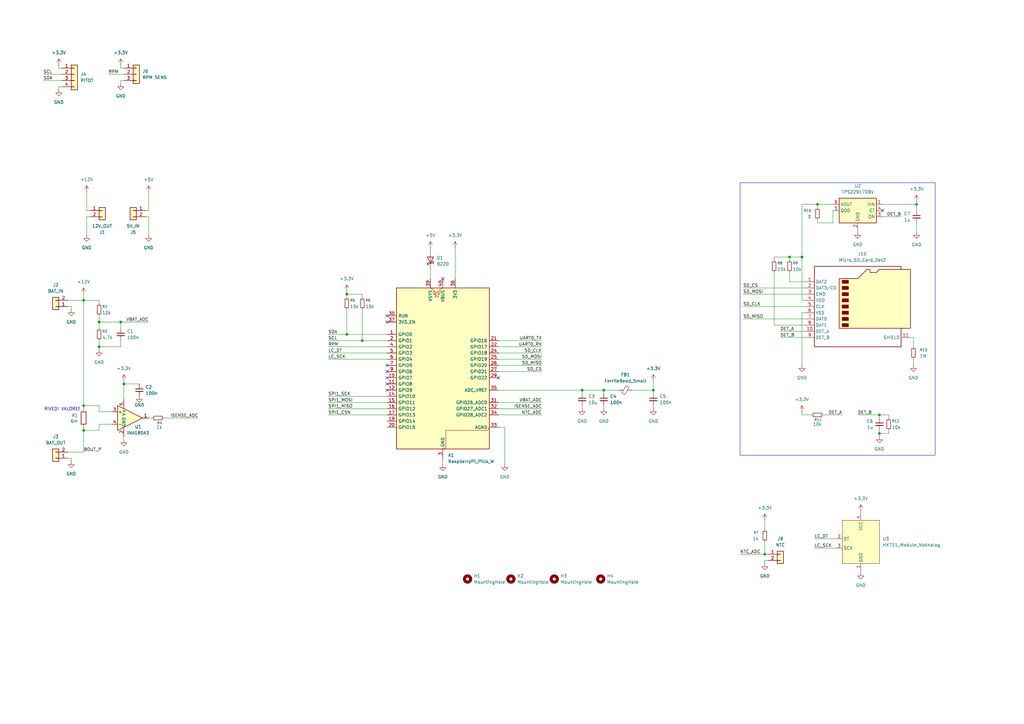
<source format=kicad_sch>
(kicad_sch (version 20250114) (generator "eeschema") (generator_version "9.0")
  (paper "A3")
  (lib_symbols
    (symbol "Amplifier_Current:INA180A3" (pin_names (offset 0.127))
      (property "Reference" "U" (at 3.81 3.81 0))
      (property "Value" "INA180A3" (at 3.81 -2.54 0))
      (symbol "INA180A3_0_1"
        (polyline (pts (xy 5.08 0) (xy -5.08 5.08) (xy -5.08 -5.08) (xy 5.08 0)) (stroke (width 0.254)) (fill (type background)))
      )
      (symbol "INA180A3_1_1"
        (pin input line (at -7.62 2.54 0) (length 2.54) (name "+") (number "3"))
        (pin input line (at -7.62 -2.54 0) (length 2.54) (name "-") (number "4"))
        (pin power_in line (at -2.54 7.62 270) (length 3.81) (name "V+") (number "5"))
        (pin power_in line (at -2.54 -7.62 90) (length 3.81) (name "GND") (number "2"))
        (pin output line (at 7.62 0 180) (length 2.54) (name "~") (number "1"))
      )
    )
    (symbol "Connector:Micro_SD_Card_Det2"
      (property "Reference" "J" (at -16.51 17.78 0))
      (property "Value" "Micro_SD_Card_Det2" (at 16.51 17.78 0))
      (symbol "Micro_SD_Card_Det2_0_1"
        (polyline (pts (xy -8.89 -8.89) (xy -8.89 11.43) (xy -1.27 11.43) (xy 2.54 15.24) (xy 3.81 15.24) (xy 3.81 13.97) (xy 6.35 13.97) (xy 7.62 15.24) (xy 20.32 15.24) (xy 20.32 -8.89) (xy -8.89 -8.89)) (stroke (width 0.254)) (fill (type background)))
        (rectangle (start -7.62 10.795) (end -5.08 9.525) (stroke (width 0.254)) (fill (type outline)))
        (rectangle (start -7.62 8.255) (end -5.08 6.985) (stroke (width 0.254)) (fill (type outline)))
        (rectangle (start -7.62 5.715) (end -5.08 4.445) (stroke (width 0.254)) (fill (type outline)))
        (rectangle (start -7.62 3.175) (end -5.08 1.905) (stroke (width 0.254)) (fill (type outline)))
        (rectangle (start -7.62 0.635) (end -5.08 -0.635) (stroke (width 0.254)) (fill (type outline)))
        (rectangle (start -7.62 -1.905) (end -5.08 -3.175) (stroke (width 0.254)) (fill (type outline)))
        (rectangle (start -7.62 -4.445) (end -5.08 -5.715) (stroke (width 0.254)) (fill (type outline)))
        (rectangle (start -7.62 -6.985) (end -5.08 -8.255) (stroke (width 0.254)) (fill (type outline)))
        (polyline (pts (xy 16.51 15.24) (xy 16.51 16.51) (xy -19.05 16.51) (xy -19.05 -16.51) (xy 16.51 -16.51) (xy 16.51 -8.89)) (stroke (width 0.254)))
      )
      (symbol "Micro_SD_Card_Det2_1_1"
        (pin bidirectional line (at -22.86 10.16 0) (length 3.81) (name "DAT2") (number "1"))
        (pin bidirectional line (at -22.86 7.62 0) (length 3.81) (name "DAT3/CD") (number "2"))
        (pin input line (at -22.86 5.08 0) (length 3.81) (name "CMD") (number "3"))
        (pin power_in line (at -22.86 2.54 0) (length 3.81) (name "VDD") (number "4"))
        (pin input line (at -22.86 0 0) (length 3.81) (name "CLK") (number "5"))
        (pin power_in line (at -22.86 -2.54 0) (length 3.81) (name "VSS") (number "6"))
        (pin bidirectional line (at -22.86 -5.08 0) (length 3.81) (name "DAT0") (number "7"))
        (pin bidirectional line (at -22.86 -7.62 0) (length 3.81) (name "DAT1") (number "8"))
        (pin passive line (at -22.86 -10.16 0) (length 3.81) (name "DET_A") (number "10"))
        (pin passive line (at -22.86 -12.7 0) (length 3.81) (name "DET_B") (number "9"))
        (pin passive line (at 20.32 -12.7 180) (length 3.81) (name "SHIELD") (number "11"))
      )
    )
    (symbol "Connector_Generic:Conn_01x02" (pin_names (offset 1.016) (hide yes))
      (property "Reference" "J" (at 0 2.54 0))
      (property "Value" "Conn_01x02" (at 0 -5.08 0))
      (symbol "Conn_01x02_1_1"
        (rectangle (start -1.27 1.27) (end 1.27 -3.81) (stroke (width 0.254)) (fill (type background)))
        (rectangle (start -1.27 0.127) (end 0 -0.127) (stroke (width 0.1524)))
        (rectangle (start -1.27 -2.413) (end 0 -2.667) (stroke (width 0.1524)))
        (pin passive line (at -5.08 0 0) (length 3.81) (name "Pin_1") (number "1"))
        (pin passive line (at -5.08 -2.54 0) (length 3.81) (name "Pin_2") (number "2"))
      )
    )
    (symbol "Connector_Generic:Conn_01x03" (pin_names (offset 1.016) (hide yes))
      (property "Reference" "J" (at 0 5.08 0))
      (property "Value" "Conn_01x03" (at 0 -5.08 0))
      (symbol "Conn_01x03_1_1"
        (rectangle (start -1.27 3.81) (end 1.27 -3.81) (stroke (width 0.254)) (fill (type background)))
        (rectangle (start -1.27 2.667) (end 0 2.413) (stroke (width 0.1524)))
        (rectangle (start -1.27 0.127) (end 0 -0.127) (stroke (width 0.1524)))
        (rectangle (start -1.27 -2.413) (end 0 -2.667) (stroke (width 0.1524)))
        (pin passive line (at -5.08 2.54 0) (length 3.81) (name "Pin_1") (number "1"))
        (pin passive line (at -5.08 0 0) (length 3.81) (name "Pin_2") (number "2"))
        (pin passive line (at -5.08 -2.54 0) (length 3.81) (name "Pin_3") (number "3"))
      )
    )
    (symbol "Connector_Generic:Conn_01x04" (pin_names (offset 1.016) (hide yes))
      (property "Reference" "J" (at 0 5.08 0))
      (property "Value" "Conn_01x04" (at 0 -7.62 0))
      (symbol "Conn_01x04_1_1"
        (rectangle (start -1.27 3.81) (end 1.27 -6.35) (stroke (width 0.254)) (fill (type background)))
        (rectangle (start -1.27 2.667) (end 0 2.413) (stroke (width 0.1524)))
        (rectangle (start -1.27 0.127) (end 0 -0.127) (stroke (width 0.1524)))
        (rectangle (start -1.27 -2.413) (end 0 -2.667) (stroke (width 0.1524)))
        (rectangle (start -1.27 -4.953) (end 0 -5.207) (stroke (width 0.1524)))
        (pin passive line (at -5.08 2.54 0) (length 3.81) (name "Pin_1") (number "1"))
        (pin passive line (at -5.08 0 0) (length 3.81) (name "Pin_2") (number "2"))
        (pin passive line (at -5.08 -2.54 0) (length 3.81) (name "Pin_3") (number "3"))
        (pin passive line (at -5.08 -5.08 0) (length 3.81) (name "Pin_4") (number "4"))
      )
    )
    (symbol "Device:C_Small" (pin_numbers (hide yes)) (pin_names (offset 0.254) (hide yes))
      (property "Reference" "C" (at 0.254 1.778 0))
      (property "Value" "C_Small" (at 0.254 -2.032 0))
      (symbol "C_Small_0_1"
        (polyline (pts (xy -1.524 0.508) (xy 1.524 0.508)) (stroke (width 0.3048)))
        (polyline (pts (xy -1.524 -0.508) (xy 1.524 -0.508)) (stroke (width 0.3302)))
      )
      (symbol "C_Small_1_1"
        (pin passive line (at 0 2.54 270) (length 2.032) (name "~") (number "1"))
        (pin passive line (at 0 -2.54 90) (length 2.032) (name "~") (number "2"))
      )
    )
    (symbol "Device:FerriteBead_Small" (pin_numbers (hide yes)) (pin_names (offset 0))
      (property "Reference" "FB" (at 1.905 1.27 0))
      (property "Value" "FerriteBead_Small" (at 1.905 -1.27 0))
      (symbol "FerriteBead_Small_0_1"
        (polyline (pts (xy -1.8288 0.2794) (xy -1.1176 1.4986) (xy 1.8288 -0.2032) (xy 1.1176 -1.4224) (xy -1.8288 0.2794)))
        (polyline (pts (xy 0 0.889) (xy 0 1.2954)))
        (polyline (pts (xy 0 -1.27) (xy 0 -0.7874)))
      )
      (symbol "FerriteBead_Small_1_1"
        (pin passive line (at 0 2.54 270) (length 1.27) (name "~") (number "1"))
        (pin passive line (at 0 -2.54 90) (length 1.27) (name "~") (number "2"))
      )
    )
    (symbol "Device:R" (pin_numbers (hide yes)) (pin_names (offset 0))
      (property "Reference" "R" (at 2.032 0 90))
      (property "Value" "R" (at 0 0 90))
      (symbol "R_0_1"
        (rectangle (start -1.016 -2.54) (end 1.016 2.54) (stroke (width 0.254)))
      )
      (symbol "R_1_1"
        (pin passive line (at 0 3.81 270) (length 1.27) (name "~") (number "1"))
        (pin passive line (at 0 -3.81 90) (length 1.27) (name "~") (number "2"))
      )
    )
    (symbol "Device:R_Small" (pin_numbers (hide yes)) (pin_names (offset 0.254) (hide yes))
      (property "Reference" "R" (at 0 0 90))
      (property "Value" "R_Small" (at 1.778 0 90))
      (symbol "R_Small_0_1"
        (rectangle (start -0.762 1.778) (end 0.762 -1.778) (stroke (width 0.2032)))
      )
      (symbol "R_Small_1_1"
        (pin passive line (at 0 2.54 270) (length 0.762) (name "~") (number "1"))
        (pin passive line (at 0 -2.54 90) (length 0.762) (name "~") (number "2"))
      )
    )
    (symbol "Diode:B220" (pin_numbers (hide yes)) (pin_names (offset 1.016) (hide yes))
      (property "Reference" "D" (at 0 2.54 0))
      (property "Value" "B220" (at 0 -2.54 0))
      (symbol "B220_0_1"
        (polyline (pts (xy -1.905 0.635) (xy -1.905 1.27) (xy -1.27 1.27) (xy -1.27 -1.27) (xy -0.635 -1.27) (xy -0.635 -0.635)) (stroke (width 0.254)))
        (polyline (pts (xy 1.27 1.27) (xy 1.27 -1.27) (xy -1.27 0) (xy 1.27 1.27)) (stroke (width 0.254)))
        (polyline (pts (xy 1.27 0) (xy -1.27 0)))
      )
      (symbol "B220_1_1"
        (pin passive line (at -3.81 0 0) (length 2.54) (name "K") (number "1"))
        (pin passive line (at 3.81 0 180) (length 2.54) (name "A") (number "2"))
      )
    )
    (symbol "HX1171Module:HX711_Module_NoAnalog"
      (property "Reference" "U" (at 4.064 11.938 0))
      (property "Value" "HX711_Module_NoAnalog" (at 0 0 0))
      (symbol "HX711_Module_NoAnalog_1_1"
        (rectangle (start -7.62 8.89) (end 7.62 -8.89) (fill (type color) (color 255 255 194 1)))
        (pin bidirectional line (at -10.16 1.27 0) (length 2.54) (name "DT") (number "2"))
        (pin input line (at -10.16 -2.54 0) (length 2.54) (name "SCK") (number "3"))
        (pin power_in line (at 0 11.43 270) (length 2.54) (name "VCC") (number "4"))
        (pin power_in line (at 0 -11.43 90) (length 2.54) (name "GND") (number "1"))
      )
    )
    (symbol "MCU_Module:RaspberryPi_Pico_W" (pin_names (offset 0.762))
      (property "Reference" "A" (at -19.05 35.56 0))
      (property "Value" "RaspberryPi_Pico_W" (at 7.62 35.56 0))
      (symbol "RaspberryPi_Pico_W_0_1"
        (rectangle (start -19.05 34.29) (end 19.05 -31.75) (stroke (width 0.254)) (fill (type background)))
        (polyline (pts (xy -5.08 34.29) (xy -3.81 33.655) (xy -3.81 31.75) (xy -3.175 31.75)))
        (polyline (pts (xy -3.429 32.766) (xy -3.429 33.02) (xy -3.175 33.02) (xy -3.175 30.48) (xy -2.921 30.48) (xy -2.921 30.734)))
        (polyline (pts (xy -3.175 31.75) (xy -1.905 33.02) (xy -1.905 30.48) (xy -3.175 31.75)))
        (polyline (pts (xy 0 34.29) (xy -1.27 33.655) (xy -1.27 31.75) (xy -1.905 31.75)))
        (polyline (pts (xy 0 -31.75) (xy 1.27 -31.115) (xy 1.27 -24.13) (xy 18.415 -24.13) (xy 19.05 -22.86)))
      )
      (symbol "RaspberryPi_Pico_W_1_1"
        (pin passive line (at -22.86 22.86 0) (length 3.81) (name "RUN") (number "30"))
        (pin passive line (at -22.86 20.32 0) (length 3.81) (name "3V3_EN") (number "37"))
        (pin bidirectional line (at -22.86 15.24 0) (length 3.81) (name "GPIO0") (number "1"))
        (pin bidirectional line (at -22.86 12.7 0) (length 3.81) (name "GPIO1") (number "2"))
        (pin bidirectional line (at -22.86 10.16 0) (length 3.81) (name "GPIO2") (number "4"))
        (pin bidirectional line (at -22.86 7.62 0) (length 3.81) (name "GPIO3") (number "5"))
        (pin bidirectional line (at -22.86 5.08 0) (length 3.81) (name "GPIO4") (number "6"))
        (pin bidirectional line (at -22.86 2.54 0) (length 3.81) (name "GPIO5") (number "7"))
        (pin bidirectional line (at -22.86 0 0) (length 3.81) (name "GPIO6") (number "9"))
        (pin bidirectional line (at -22.86 -2.54 0) (length 3.81) (name "GPIO7") (number "10"))
        (pin bidirectional line (at -22.86 -5.08 0) (length 3.81) (name "GPIO8") (number "11"))
        (pin bidirectional line (at -22.86 -7.62 0) (length 3.81) (name "GPIO9") (number "12"))
        (pin bidirectional line (at -22.86 -10.16 0) (length 3.81) (name "GPIO10") (number "14"))
        (pin bidirectional line (at -22.86 -12.7 0) (length 3.81) (name "GPIO11") (number "15"))
        (pin bidirectional line (at -22.86 -15.24 0) (length 3.81) (name "GPIO12") (number "16"))
        (pin bidirectional line (at -22.86 -17.78 0) (length 3.81) (name "GPIO13") (number "17"))
        (pin bidirectional line (at -22.86 -20.32 0) (length 3.81) (name "GPIO14") (number "19"))
        (pin bidirectional line (at -22.86 -22.86 0) (length 3.81) (name "GPIO15") (number "20"))
        (pin power_in line (at -5.08 38.1 270) (length 3.81) (name "VSYS") (number "39"))
        (pin power_out line (at 0 38.1 270) (length 3.81) (name "VBUS") (number "40"))
        (pin passive line (at 0 -35.56 90) (length 3.81) (hide yes) (name "GND") (number "13"))
        (pin passive line (at 0 -35.56 90) (length 3.81) (hide yes) (name "GND") (number "18"))
        (pin passive line (at 0 -35.56 90) (length 3.81) (hide yes) (name "GND") (number "23"))
        (pin passive line (at 0 -35.56 90) (length 3.81) (hide yes) (name "GND") (number "28"))
        (pin power_out line (at 0 -35.56 90) (length 3.81) (name "GND") (number "3"))
        (pin passive line (at 0 -35.56 90) (length 3.81) (hide yes) (name "GND") (number "38"))
        (pin passive line (at 0 -35.56 90) (length 3.81) (hide yes) (name "GND") (number "8"))
        (pin power_out line (at 5.08 38.1 270) (length 3.81) (name "3V3") (number "36"))
        (pin bidirectional line (at 22.86 12.7 180) (length 3.81) (name "GPIO16") (number "21"))
        (pin bidirectional line (at 22.86 10.16 180) (length 3.81) (name "GPIO17") (number "22"))
        (pin bidirectional line (at 22.86 7.62 180) (length 3.81) (name "GPIO18") (number "24"))
        (pin bidirectional line (at 22.86 5.08 180) (length 3.81) (name "GPIO19") (number "25"))
        (pin bidirectional line (at 22.86 2.54 180) (length 3.81) (name "GPIO20") (number "26"))
        (pin bidirectional line (at 22.86 0 180) (length 3.81) (name "GPIO21") (number "27"))
        (pin bidirectional line (at 22.86 -2.54 180) (length 3.81) (name "GPIO22") (number "29"))
        (pin power_in line (at 22.86 -7.62 180) (length 3.81) (name "ADC_VREF") (number "35"))
        (pin bidirectional line (at 22.86 -12.7 180) (length 3.81) (name "GPIO26_ADC0") (number "31"))
        (pin bidirectional line (at 22.86 -15.24 180) (length 3.81) (name "GPIO27_ADC1") (number "32"))
        (pin bidirectional line (at 22.86 -17.78 180) (length 3.81) (name "GPIO28_ADC2") (number "34"))
        (pin power_out line (at 22.86 -22.86 180) (length 3.81) (name "AGND") (number "33"))
      )
    )
    (symbol "Mechanical:MountingHole" (pin_names (offset 1.016)) (in_bom no)
      (property "Reference" "H" (at 0 5.08 0))
      (property "Value" "MountingHole" (at 0 3.175 0))
      (symbol "MountingHole_0_1"
        (circle (center 0 0) (radius 1.27) (stroke (width 1.27)))
      )
    )
    (symbol "Power_Management:TPS22917DBV"
      (property "Reference" "U" (at -6.35 6.35 0))
      (property "Value" "TPS22917DBV" (at 2.54 6.35 0))
      (symbol "TPS22917DBV_0_1"
        (rectangle (start -7.62 5.08) (end 7.62 -5.08) (stroke (width 0.254)) (fill (type background)))
      )
      (symbol "TPS22917DBV_1_1"
        (pin power_in line (at -10.16 2.54 0) (length 2.54) (name "VIN") (number "1"))
        (pin output line (at -10.16 0 0) (length 2.54) (name "CT") (number "4"))
        (pin input line (at -10.16 -2.54 0) (length 2.54) (name "ON") (number "3"))
        (pin power_in line (at 0 -7.62 90) (length 2.54) (name "GND") (number "2"))
        (pin power_out line (at 10.16 2.54 180) (length 2.54) (name "VOUT") (number "6"))
        (pin open_collector line (at 10.16 0 180) (length 2.54) (name "QOD") (number "5"))
      )
    )
    (symbol "power:+12V" (power) (pin_numbers (hide yes)) (pin_names (offset 0) (hide yes))
      (property "Value" "+12V" (at 0 3.556 0))
      (symbol "+12V_0_1"
        (polyline (pts (xy -0.762 1.27) (xy 0 2.54)))
        (polyline (pts (xy 0 2.54) (xy 0.762 1.27)))
        (polyline (pts (xy 0 0) (xy 0 2.54)))
      )
      (symbol "+12V_1_1"
        (pin power_in line (at 0 0 90) (length 0) (name "~") (number "1"))
      )
    )
    (symbol "power:+3.3V" (power) (pin_numbers (hide yes)) (pin_names (offset 0) (hide yes))
      (property "Value" "+3.3V" (at 0 3.556 0))
      (symbol "+3.3V_0_1"
        (polyline (pts (xy -0.762 1.27) (xy 0 2.54)))
        (polyline (pts (xy 0 2.54) (xy 0.762 1.27)))
        (polyline (pts (xy 0 0) (xy 0 2.54)))
      )
      (symbol "+3.3V_1_1"
        (pin power_in line (at 0 0 90) (length 0) (name "~") (number "1"))
      )
    )
    (symbol "power:+5V" (power) (pin_numbers (hide yes)) (pin_names (offset 0) (hide yes))
      (property "Value" "+5V" (at 0 3.556 0))
      (symbol "+5V_0_1"
        (polyline (pts (xy -0.762 1.27) (xy 0 2.54)))
        (polyline (pts (xy 0 2.54) (xy 0.762 1.27)))
        (polyline (pts (xy 0 0) (xy 0 2.54)))
      )
      (symbol "+5V_1_1"
        (pin power_in line (at 0 0 90) (length 0) (name "~") (number "1"))
      )
    )
    (symbol "power:GND" (power) (pin_numbers (hide yes)) (pin_names (offset 0) (hide yes))
      (property "Value" "GND" (at 0 -3.81 0))
      (symbol "GND_0_1"
        (polyline (pts (xy 0 0) (xy 0 -1.27) (xy 1.27 -1.27) (xy 0 -2.54) (xy -1.27 -1.27) (xy 0 -1.27)))
      )
      (symbol "GND_1_1"
        (pin power_in line (at 0 0 270) (length 0) (name "~") (number "1"))
      )
    )
  )
  (rectangle (start 303.53 74.93) (end 383.54 186.69))
  (text "RIVEDI VALORE!" (at 25.4 167.894 0) (effects (font (size 1.27 1.27))))
  (junction (at 142.24 120.65))
  (junction (at 142.24 137.16))
  (junction (at 360.68 177.8))
  (junction (at 247.65 160.02))
  (junction (at 238.76 160.02))
  (junction (at 40.64 142.24))
  (junction (at 40.64 132.08))
  (junction (at 50.8 157.48))
  (junction (at 148.59 139.7))
  (junction (at 328.93 105.41))
  (junction (at 375.92 83.82))
  (junction (at 34.29 166.37))
  (junction (at 267.97 160.02))
  (junction (at 34.29 176.53))
  (junction (at 313.69 227.33))
  (junction (at 360.68 170.18))
  (junction (at 34.29 123.19))
  (junction (at 335.28 83.82))
  (junction (at 49.53 132.08))
  (junction (at 323.85 105.41))
  (no_connect (at 158.75 160.02))
  (no_connect (at 204.47 154.94))
  (no_connect (at 158.75 132.08))
  (no_connect (at 158.75 129.54))
  (no_connect (at 158.75 157.48))
  (no_connect (at 361.95 86.36))
  (no_connect (at 181.61 114.3))
  (no_connect (at 158.75 152.4))
  (no_connect (at 158.75 149.86))
  (no_connect (at 158.75 154.94))
  (wire (pts (xy 204.47 165.1) (xy 222.25 165.1)))
  (wire (pts (xy 35.56 86.36) (xy 36.83 86.36)))
  (wire (pts (xy 303.53 227.33) (xy 313.69 227.33)))
  (wire (pts (xy 323.85 105.41) (xy 328.93 105.41)))
  (wire (pts (xy 267.97 156.21) (xy 267.97 160.02)))
  (wire (pts (xy 204.47 147.32) (xy 222.25 147.32)))
  (wire (pts (xy 375.92 83.82) (xy 375.92 86.36)))
  (wire (pts (xy 142.24 137.16) (xy 158.75 137.16)))
  (wire (pts (xy 50.8 33.02) (xy 49.53 33.02)))
  (wire (pts (xy 60.96 88.9) (xy 60.96 96.52)))
  (wire (pts (xy 323.85 115.57) (xy 330.2 115.57)))
  (wire (pts (xy 320.04 138.43) (xy 330.2 138.43)))
  (wire (pts (xy 40.64 173.99) (xy 45.72 173.99)))
  (wire (pts (xy 40.64 123.19) (xy 34.29 123.19)))
  (wire (pts (xy 25.4 27.94) (xy 24.13 27.94)))
  (wire (pts (xy 304.8 125.73) (xy 330.2 125.73)))
  (wire (pts (xy 267.97 160.02) (xy 267.97 161.29)))
  (wire (pts (xy 134.62 165.1) (xy 158.75 165.1)))
  (wire (pts (xy 323.85 106.68) (xy 323.85 105.41)))
  (wire (pts (xy 29.21 125.73) (xy 27.94 125.73)))
  (wire (pts (xy 142.24 127) (xy 142.24 137.16)))
  (wire (pts (xy 35.56 88.9) (xy 36.83 88.9)))
  (wire (pts (xy 40.64 132.08) (xy 40.64 134.62)))
  (wire (pts (xy 204.47 139.7) (xy 222.25 139.7)))
  (wire (pts (xy 317.5 105.41) (xy 317.5 106.68)))
  (wire (pts (xy 142.24 120.65) (xy 142.24 121.92)))
  (wire (pts (xy 328.93 128.27) (xy 330.2 128.27)))
  (wire (pts (xy 204.47 167.64) (xy 222.25 167.64)))
  (wire (pts (xy 364.49 170.18) (xy 364.49 171.45)))
  (wire (pts (xy 328.93 170.18) (xy 328.93 168.91)))
  (wire (pts (xy 49.53 33.02) (xy 49.53 34.29)))
  (wire (pts (xy 360.68 170.18) (xy 360.68 171.45)))
  (wire (pts (xy 176.53 110.49) (xy 176.53 114.3)))
  (wire (pts (xy 364.49 177.8) (xy 360.68 177.8)))
  (wire (pts (xy 341.63 86.36) (xy 341.63 91.44)))
  (wire (pts (xy 369.57 88.9) (xy 361.95 88.9)))
  (wire (pts (xy 50.8 27.94) (xy 49.53 27.94)))
  (wire (pts (xy 364.49 176.53) (xy 364.49 177.8)))
  (wire (pts (xy 353.06 209.55) (xy 353.06 210.82)))
  (wire (pts (xy 374.65 138.43) (xy 373.38 138.43)))
  (wire (pts (xy 328.93 149.86) (xy 328.93 128.27)))
  (wire (pts (xy 148.59 139.7) (xy 158.75 139.7)))
  (wire (pts (xy 375.92 91.44) (xy 375.92 95.25)))
  (wire (pts (xy 334.01 224.79) (xy 342.9 224.79)))
  (wire (pts (xy 314.96 229.87) (xy 313.69 229.87)))
  (wire (pts (xy 360.68 177.8) (xy 360.68 179.07)))
  (wire (pts (xy 238.76 160.02) (xy 238.76 161.29)))
  (wire (pts (xy 335.28 83.82) (xy 335.28 85.09)))
  (wire (pts (xy 24.13 27.94) (xy 24.13 26.67)))
  (wire (pts (xy 204.47 160.02) (xy 238.76 160.02)))
  (wire (pts (xy 238.76 166.37) (xy 238.76 167.64)))
  (wire (pts (xy 247.65 166.37) (xy 247.65 167.64)))
  (wire (pts (xy 335.28 90.17) (xy 335.28 91.44)))
  (wire (pts (xy 49.53 142.24) (xy 40.64 142.24)))
  (wire (pts (xy 40.64 168.91) (xy 45.72 168.91)))
  (wire (pts (xy 247.65 160.02) (xy 254 160.02)))
  (wire (pts (xy 158.75 162.56) (xy 134.62 162.56)))
  (wire (pts (xy 134.62 142.24) (xy 158.75 142.24)))
  (wire (pts (xy 34.29 176.53) (xy 40.64 176.53)))
  (wire (pts (xy 34.29 123.19) (xy 34.29 166.37)))
  (wire (pts (xy 60.96 132.08) (xy 49.53 132.08)))
  (wire (pts (xy 247.65 160.02) (xy 247.65 161.29)))
  (wire (pts (xy 204.47 149.86) (xy 222.25 149.86)))
  (wire (pts (xy 334.01 220.98) (xy 342.9 220.98)))
  (wire (pts (xy 317.5 133.35) (xy 330.2 133.35)))
  (wire (pts (xy 313.69 213.36) (xy 313.69 217.17)))
  (wire (pts (xy 204.47 152.4) (xy 222.25 152.4)))
  (wire (pts (xy 50.8 156.21) (xy 50.8 157.48)))
  (wire (pts (xy 317.5 105.41) (xy 323.85 105.41)))
  (wire (pts (xy 328.93 105.41) (xy 328.93 123.19)))
  (wire (pts (xy 49.53 134.62) (xy 49.53 132.08)))
  (wire (pts (xy 204.47 144.78) (xy 222.25 144.78)))
  (wire (pts (xy 314.96 227.33) (xy 313.69 227.33)))
  (wire (pts (xy 374.65 142.24) (xy 374.65 138.43)))
  (wire (pts (xy 60.96 171.45) (xy 62.23 171.45)))
  (wire (pts (xy 267.97 166.37) (xy 267.97 167.64)))
  (wire (pts (xy 29.21 125.73) (xy 29.21 127)))
  (wire (pts (xy 320.04 135.89) (xy 330.2 135.89)))
  (wire (pts (xy 186.69 101.6) (xy 186.69 114.3)))
  (wire (pts (xy 34.29 185.42) (xy 34.29 176.53)))
  (wire (pts (xy 313.69 229.87) (xy 313.69 231.14)))
  (wire (pts (xy 351.79 170.18) (xy 360.68 170.18)))
  (wire (pts (xy 50.8 179.07) (xy 50.8 180.34)))
  (wire (pts (xy 59.69 86.36) (xy 60.96 86.36)))
  (wire (pts (xy 134.62 170.18) (xy 158.75 170.18)))
  (wire (pts (xy 27.94 187.96) (xy 29.21 187.96)))
  (wire (pts (xy 351.79 93.98) (xy 351.79 95.25)))
  (wire (pts (xy 259.08 160.02) (xy 267.97 160.02)))
  (wire (pts (xy 35.56 78.74) (xy 35.56 86.36)))
  (wire (pts (xy 134.62 137.16) (xy 142.24 137.16)))
  (wire (pts (xy 337.82 170.18) (xy 345.44 170.18)))
  (wire (pts (xy 44.45 30.48) (xy 50.8 30.48)))
  (wire (pts (xy 360.68 170.18) (xy 364.49 170.18)))
  (wire (pts (xy 142.24 119.38) (xy 142.24 120.65)))
  (wire (pts (xy 317.5 111.76) (xy 317.5 133.35)))
  (wire (pts (xy 35.56 96.52) (xy 35.56 88.9)))
  (wire (pts (xy 134.62 139.7) (xy 148.59 139.7)))
  (wire (pts (xy 27.94 185.42) (xy 34.29 185.42)))
  (wire (pts (xy 40.64 129.54) (xy 40.64 132.08)))
  (wire (pts (xy 361.95 83.82) (xy 375.92 83.82)))
  (wire (pts (xy 207.01 175.26) (xy 204.47 175.26)))
  (wire (pts (xy 25.4 35.56) (xy 24.13 35.56)))
  (wire (pts (xy 176.53 101.6) (xy 176.53 102.87)))
  (wire (pts (xy 34.29 166.37) (xy 40.64 166.37)))
  (wire (pts (xy 304.8 130.81) (xy 330.2 130.81)))
  (wire (pts (xy 207.01 190.5) (xy 207.01 175.26)))
  (wire (pts (xy 40.64 123.19) (xy 40.64 124.46)))
  (wire (pts (xy 17.78 33.02) (xy 25.4 33.02)))
  (wire (pts (xy 34.29 120.65) (xy 34.29 123.19)))
  (wire (pts (xy 375.92 83.82) (xy 375.92 82.55)))
  (wire (pts (xy 49.53 139.7) (xy 49.53 142.24)))
  (wire (pts (xy 341.63 83.82) (xy 335.28 83.82)))
  (wire (pts (xy 181.61 187.96) (xy 181.61 190.5)))
  (wire (pts (xy 148.59 120.65) (xy 142.24 120.65)))
  (wire (pts (xy 40.64 142.24) (xy 40.64 143.51)))
  (wire (pts (xy 59.69 88.9) (xy 60.96 88.9)))
  (wire (pts (xy 148.59 127) (xy 148.59 139.7)))
  (wire (pts (xy 49.53 27.94) (xy 49.53 26.67)))
  (wire (pts (xy 335.28 91.44) (xy 341.63 91.44)))
  (wire (pts (xy 335.28 83.82) (xy 328.93 83.82)))
  (wire (pts (xy 40.64 139.7) (xy 40.64 142.24)))
  (wire (pts (xy 148.59 121.92) (xy 148.59 120.65)))
  (wire (pts (xy 57.15 157.48) (xy 50.8 157.48)))
  (wire (pts (xy 34.29 176.53) (xy 34.29 175.26)))
  (wire (pts (xy 360.68 176.53) (xy 360.68 177.8)))
  (wire (pts (xy 304.8 120.65) (xy 330.2 120.65)))
  (wire (pts (xy 330.2 123.19) (xy 328.93 123.19)))
  (wire (pts (xy 60.96 86.36) (xy 60.96 78.74)))
  (wire (pts (xy 40.64 132.08) (xy 49.53 132.08)))
  (wire (pts (xy 304.8 118.11) (xy 330.2 118.11)))
  (wire (pts (xy 332.74 170.18) (xy 328.93 170.18)))
  (wire (pts (xy 328.93 83.82) (xy 328.93 105.41)))
  (wire (pts (xy 67.31 171.45) (xy 81.28 171.45)))
  (wire (pts (xy 353.06 233.68) (xy 353.06 234.95)))
  (wire (pts (xy 27.94 123.19) (xy 34.29 123.19)))
  (wire (pts (xy 134.62 167.64) (xy 158.75 167.64)))
  (wire (pts (xy 34.29 166.37) (xy 34.29 167.64)))
  (wire (pts (xy 323.85 111.76) (xy 323.85 115.57)))
  (wire (pts (xy 24.13 35.56) (xy 24.13 36.83)))
  (wire (pts (xy 134.62 147.32) (xy 158.75 147.32)))
  (wire (pts (xy 313.69 222.25) (xy 313.69 227.33)))
  (wire (pts (xy 134.62 144.78) (xy 158.75 144.78)))
  (wire (pts (xy 29.21 187.96) (xy 29.21 189.23)))
  (wire (pts (xy 40.64 166.37) (xy 40.64 168.91)))
  (wire (pts (xy 50.8 157.48) (xy 50.8 163.83)))
  (wire (pts (xy 238.76 160.02) (xy 247.65 160.02)))
  (wire (pts (xy 374.65 147.32) (xy 374.65 149.86)))
  (wire (pts (xy 17.78 30.48) (xy 25.4 30.48)))
  (wire (pts (xy 204.47 170.18) (xy 222.25 170.18)))
  (wire (pts (xy 204.47 142.24) (xy 222.25 142.24)))
  (wire (pts (xy 40.64 176.53) (xy 40.64 173.99)))
  (label "SPI1_CSN" (at 134.62 170.18 0))
  (label "SCL" (at 134.62 139.7 0))
  (label "SDA" (at 17.78 33.02 0))
  (label "UART0_RX" (at 222.25 142.24 180))
  (label "VBAT_ADC" (at 222.25 165.1 180))
  (label "SD_MISO" (at 304.8 130.81 0))
  (label "LC_DT" (at 334.01 220.98 0))
  (label "SPI1_SCK" (at 134.62 162.56 0))
  (label "RPM" (at 134.62 142.24 0))
  (label "LC_SCK" (at 334.01 224.79 0))
  (label "ISENSE_ADC" (at 81.28 171.45 180))
  (label "DET_A" (at 345.44 170.18 180))
  (label "LC_DT" (at 134.62 144.78 0))
  (label "SCL" (at 17.78 30.48 0))
  (label "VBAT_ADC" (at 60.96 132.08 180))
  (label "SD_MOSI" (at 222.25 147.32 180))
  (label "DET_A" (at 320.04 135.89 0))
  (label "BOUT_P" (at 34.29 185.42 0))
  (label "SD_MOSI" (at 304.8 120.65 0))
  (label "SPI1_MISO" (at 134.62 167.64 0))
  (label "RPM" (at 44.45 30.48 0))
  (label "SD_CS" (at 222.25 152.4 180))
  (label "DET_B" (at 369.57 88.9 180))
  (label "UART0_TX" (at 222.25 139.7 180))
  (label "LC_SCK" (at 134.62 147.32 0))
  (label "NTC_ADC" (at 222.25 170.18 180))
  (label "SD_MISO" (at 222.25 149.86 180))
  (label "SPI1_MOSI" (at 134.62 165.1 0))
  (label "ISENSE_ADC" (at 222.25 167.64 180))
  (label "SD_CS" (at 304.8 118.11 0))
  (label "DET_B" (at 351.79 170.18 0))
  (label "SDA" (at 134.62 137.16 0))
  (label "NTC_ADC" (at 303.53 227.33 0))
  (label "SD_CLK" (at 222.25 144.78 180))
  (label "SD_CLK" (at 304.8 125.73 0))
  (label "DET_B" (at 320.04 138.43 0))
  (symbol (lib_id "power:+3.3V") (at 267.97 156.21 0) (mirror y) (unit 1)
    (property "Reference" "#PWR026" (effects (hide yes)))
    (property "Value" "+3.3V" (at 267.97 151.13 0))
    (property "Description" "Power symbol creates a global label with name \"+3.3V\"" (effects (hide yes)))
  )
  (symbol (lib_id "HX1171Module:HX711_Module_NoAnalog") (at 353.06 222.25 0) (unit 1)
    (property "Reference" "U3" (at 361.95 220.9799 0) (effects (justify left)))
    (property "Value" "HX711_Module_NoAnalog" (at 361.95 223.5199 0) (effects (justify left)))
    (property "Footprint" "HX711Module:HX711_Module_NoAnalog" (effects (hide yes)))
  )
  (symbol (lib_id "power:GND") (at 35.56 96.52 0) (unit 1)
    (property "Reference" "#PWR015" (effects (hide yes)))
    (property "Value" "GND" (at 35.56 101.6 0))
    (property "Description" "Power symbol creates a global label with name \"GND\" , ground" (effects (hide yes)))
  )
  (symbol (lib_id "MCU_Module:RaspberryPi_Pico_W") (at 181.61 152.4 0) (unit 1)
    (property "Reference" "A1" (at 183.7533 186.69 0) (effects (justify left)))
    (property "Value" "RaspberryPi_Pico_W" (at 183.7533 189.23 0) (effects (justify left)))
    (property "Footprint" "Module:RaspberryPi_Pico_Common_THT" (effects (hide yes)))
    (property "Datasheet" "https://datasheets.raspberrypi.com/picow/pico-w-datasheet.pdf" (effects (hide yes)))
    (property "Description" "Versatile and inexpensive wireless microcontroller module powered by RP2040 dual-core Arm Cortex-M0+ processor up to 133 MHz, 264kB SRAM, 2MB QSPI flash, Infineon CYW43439 2.4GHz 802.11n wireless LAN; also supports Raspberry Pi Pico 2 W" (effects (hide yes)))
  )
  (symbol (lib_id "Mechanical:MountingHole") (at 209.55 237.49 0) (unit 1) (in_bom no)
    (property "Reference" "H2" (at 212.09 236.2199 0) (effects (justify left)))
    (property "Value" "MountingHole" (at 212.09 238.7599 0) (effects (justify left)))
    (property "Footprint" "MountingHole:MountingHole_2.2mm_M2_ISO7380" (effects (hide yes)))
    (property "Description" "Mounting Hole without connection" (effects (hide yes)))
  )
  (symbol (lib_id "power:GND") (at 375.92 95.25 0) (mirror y) (unit 1)
    (property "Reference" "#PWR038" (effects (hide yes)))
    (property "Value" "GND" (at 375.92 100.33 0))
    (property "Description" "Power symbol creates a global label with name \"GND\" , ground" (effects (hide yes)))
  )
  (symbol (lib_id "power:GND") (at 360.68 179.07 0) (unit 1)
    (property "Reference" "#PWR035" (effects (hide yes)))
    (property "Value" "GND" (at 360.68 184.15 0))
    (property "Description" "Power symbol creates a global label with name \"GND\" , ground" (effects (hide yes)))
  )
  (symbol (lib_id "power:+12V") (at 34.29 120.65 0) (unit 1)
    (property "Reference" "#PWR05" (effects (hide yes)))
    (property "Value" "+12V" (at 34.29 115.57 0))
    (property "Description" "Power symbol creates a global label with name \"+12V\"" (effects (hide yes)))
  )
  (symbol (lib_id "Connector_Generic:Conn_01x04") (at 30.48 30.48 0) (unit 1)
    (property "Reference" "J4" (at 33.02 30.4799 0) (effects (justify left)))
    (property "Value" "PITOT" (at 33.02 33.0199 0) (effects (justify left)))
    (property "Footprint" "Connector_JST:JST_PH_B4B-PH-K_1x04_P2.00mm_Vertical" (effects (hide yes)))
    (property "Description" "Generic connector, single row, 01x04, script generated (kicad-library-utils/schlib/autogen/connector/)" (effects (hide yes)))
  )
  (symbol (lib_id "Device:C_Small") (at 375.92 88.9 0) (mirror y) (unit 1)
    (property "Reference" "C7" (at 373.38 87.6362 0) (effects (justify left)))
    (property "Value" "1u" (at 373.38 90.1762 0) (effects (justify left)))
    (property "Footprint" "Capacitor_SMD:C_0805_2012Metric_Pad1.18x1.45mm_HandSolder" (effects (hide yes)))
    (property "Description" "Unpolarized capacitor, small symbol" (effects (hide yes)))
  )
  (symbol (lib_id "Device:C_Small") (at 247.65 163.83 0) (mirror y) (unit 1)
    (property "Reference" "C4" (at 250.19 162.5662 0) (effects (justify right)))
    (property "Value" "100n" (at 250.19 165.1062 0) (effects (justify right)))
    (property "Footprint" "Capacitor_SMD:C_0805_2012Metric_Pad1.18x1.45mm_HandSolder" (effects (hide yes)))
    (property "Description" "Unpolarized capacitor, small symbol" (effects (hide yes)))
  )
  (symbol (lib_id "power:+3.3V") (at 24.13 26.67 0) (mirror y) (unit 1)
    (property "Reference" "#PWR01" (effects (hide yes)))
    (property "Value" "+3.3V" (at 24.13 21.59 0))
    (property "Description" "Power symbol creates a global label with name \"+3.3V\"" (effects (hide yes)))
  )
  (symbol (lib_id "power:GND") (at 313.69 231.14 0) (unit 1)
    (property "Reference" "#PWR029" (effects (hide yes)))
    (property "Value" "GND" (at 313.69 236.22 0))
    (property "Description" "Power symbol creates a global label with name \"GND\" , ground" (effects (hide yes)))
  )
  (symbol (lib_id "Device:R_Small") (at 313.69 219.71 0) (unit 1)
    (property "Reference" "R7" (at 311.15 218.4399 0) (effects (font (size 1.016 1.016)) (justify right)))
    (property "Value" "1k" (at 311.15 220.9799 0) (effects (justify right)))
    (property "Footprint" "Resistor_SMD:R_0805_2012Metric_Pad1.20x1.40mm_HandSolder" (effects (hide yes)))
    (property "Description" "Resistor, small symbol" (effects (hide yes)))
  )
  (symbol (lib_id "Connector_Generic:Conn_01x02") (at 22.86 187.96 180) (unit 1)
    (property "Reference" "J3" (at 22.86 179.07 0))
    (property "Value" "BAT_OUT" (at 22.86 181.61 0))
    (property "Footprint" "Connector_AMASS:AMASS_XT60-F_1x02_P7.20mm_Vertical" (effects (hide yes)))
    (property "Description" "Generic connector, single row, 01x02, script generated (kicad-library-utils/schlib/autogen/connector/)" (effects (hide yes)))
  )
  (symbol (lib_id "Device:R_Small") (at 40.64 127 0) (unit 1)
    (property "Reference" "R2" (at 41.91 125.73 0) (effects (font (size 1.016 1.016)) (justify left)))
    (property "Value" "10k" (at 41.91 128.27 0) (effects (justify left)))
    (property "Footprint" "Resistor_SMD:R_0805_2012Metric_Pad1.20x1.40mm_HandSolder" (effects (hide yes)))
    (property "Description" "Resistor, small symbol" (effects (hide yes)))
  )
  (symbol (lib_id "power:GND") (at 328.93 149.86 0) (unit 1)
    (property "Reference" "#PWR030" (effects (hide yes)))
    (property "Value" "GND" (at 328.93 154.94 0))
    (property "Description" "Power symbol creates a global label with name \"GND\" , ground" (effects (hide yes)))
  )
  (symbol (lib_id "power:GND") (at 238.76 167.64 0) (unit 1)
    (property "Reference" "#PWR024" (effects (hide yes)))
    (property "Value" "GND" (at 238.76 172.72 0))
    (property "Description" "Power symbol creates a global label with name \"GND\" , ground" (effects (hide yes)))
  )
  (symbol (lib_id "Device:C_Small") (at 57.15 160.02 0) (unit 1)
    (property "Reference" "C2" (at 59.69 158.7562 0) (effects (justify left)))
    (property "Value" "100n" (at 59.69 161.2962 0) (effects (justify left)))
    (property "Footprint" "Capacitor_SMD:C_0805_2012Metric_Pad1.18x1.45mm_HandSolder" (effects (hide yes)))
    (property "Description" "Unpolarized capacitor, small symbol" (effects (hide yes)))
  )
  (symbol (lib_id "power:+12V") (at 35.56 78.74 0) (unit 1)
    (property "Reference" "#PWR03" (effects (hide yes)))
    (property "Value" "+12V" (at 35.56 73.66 0))
    (property "Description" "Power symbol creates a global label with name \"+12V\"" (effects (hide yes)))
  )
  (symbol (lib_id "Mechanical:MountingHole") (at 191.77 237.49 0) (unit 1) (in_bom no)
    (property "Reference" "H1" (at 194.31 236.2199 0) (effects (justify left)))
    (property "Value" "MountingHole" (at 194.31 238.7599 0) (effects (justify left)))
    (property "Footprint" "MountingHole:MountingHole_2.2mm_M2_ISO7380" (effects (hide yes)))
    (property "Description" "Mounting Hole without connection" (effects (hide yes)))
  )
  (symbol (lib_id "Device:C_Small") (at 360.68 173.99 0) (mirror y) (unit 1)
    (property "Reference" "C6" (at 358.14 172.7262 0) (effects (justify left)))
    (property "Value" "1u" (at 358.14 175.2662 0) (effects (justify left)))
    (property "Footprint" "Capacitor_SMD:C_0805_2012Metric_Pad1.18x1.45mm_HandSolder" (effects (hide yes)))
    (property "Description" "Unpolarized capacitor, small symbol" (effects (hide yes)))
  )
  (symbol (lib_id "power:+3.3V") (at 49.53 26.67 0) (mirror y) (unit 1)
    (property "Reference" "#PWR010" (effects (hide yes)))
    (property "Value" "+3.3V" (at 49.53 21.59 0))
    (property "Description" "Power symbol creates a global label with name \"+3.3V\"" (effects (hide yes)))
  )
  (symbol (lib_id "power:GND") (at 29.21 127 0) (unit 1)
    (property "Reference" "#PWR04" (effects (hide yes)))
    (property "Value" "GND" (at 29.21 132.08 0))
    (property "Description" "Power symbol creates a global label with name \"GND\" , ground" (effects (hide yes)))
  )
  (symbol (lib_id "power:+3.3V") (at 142.24 119.38 0) (mirror y) (unit 1)
    (property "Reference" "#PWR019" (effects (hide yes)))
    (property "Value" "+3.3V" (at 142.24 114.3 0))
    (property "Description" "Power symbol creates a global label with name \"+3.3V\"" (effects (hide yes)))
  )
  (symbol (lib_id "Connector:Micro_SD_Card_Det2") (at 353.06 125.73 0) (unit 1)
    (property "Reference" "J10" (at 353.695 104.14 0))
    (property "Value" "Micro_SD_Card_Det2" (at 353.695 106.68 0))
    (property "Footprint" "Connector_Card:microSD_HC_Molex_104031-0811" (effects (hide yes)))
    (property "Datasheet" "https://www.hirose.com/en/product/document?clcode=&productname=&series=DM3&documenttype=Catalog&lang=en&documentid=D49662_en" (effects (hide yes)))
    (property "Description" "Micro SD Card Socket with two card detection pins" (effects (hide yes)))
  )
  (symbol (lib_id "Connector_Generic:Conn_01x03") (at 55.88 30.48 0) (unit 1)
    (property "Reference" "J6" (at 58.42 29.2099 0) (effects (justify left)))
    (property "Value" "RPM SENS" (at 58.42 31.7499 0) (effects (justify left)))
    (property "Footprint" "Connector_PinSocket_2.54mm:PinSocket_1x03_P2.54mm_Vertical" (effects (hide yes)))
    (property "Description" "Generic connector, single row, 01x03, script generated (kicad-library-utils/schlib/autogen/connector/)" (effects (hide yes)))
  )
  (symbol (lib_id "Connector_Generic:Conn_01x02") (at 54.61 86.36 0) (mirror y) (unit 1)
    (property "Reference" "J5" (at 54.61 95.25 0))
    (property "Value" "5V_IN" (at 54.61 92.71 0))
    (property "Footprint" "Connector_JST:JST_PH_B2B-PH-K_1x02_P2.00mm_Vertical" (effects (hide yes)))
    (property "Description" "Generic connector, single row, 01x02, script generated (kicad-library-utils/schlib/autogen/connector/)" (effects (hide yes)))
  )
  (symbol (lib_id "Device:R_Small") (at 323.85 109.22 0) (unit 1)
    (property "Reference" "R9" (at 325.12 107.95 0) (effects (font (size 1.016 1.016)) (justify left)))
    (property "Value" "10k" (at 325.12 110.49 0) (effects (justify left)))
    (property "Footprint" "Resistor_SMD:R_0805_2012Metric_Pad1.20x1.40mm_HandSolder" (effects (hide yes)))
    (property "Description" "Resistor, small symbol" (effects (hide yes)))
  )
  (symbol (lib_id "power:+5V") (at 60.96 78.74 0) (unit 1)
    (property "Reference" "#PWR09" (effects (hide yes)))
    (property "Value" "+5V" (at 60.96 73.66 0))
    (property "Description" "Power symbol creates a global label with name \"+5V\"" (effects (hide yes)))
  )
  (symbol (lib_id "power:GND") (at 40.64 143.51 0) (unit 1)
    (property "Reference" "#PWR08" (effects (hide yes)))
    (property "Value" "GND" (at 40.64 148.59 0))
    (property "Description" "Power symbol creates a global label with name \"GND\" , ground" (effects (hide yes)))
  )
  (symbol (lib_id "power:GND") (at 374.65 149.86 0) (unit 1)
    (property "Reference" "#PWR036" (effects (hide yes)))
    (property "Value" "GND" (at 374.65 154.94 0))
    (property "Description" "Power symbol creates a global label with name \"GND\" , ground" (effects (hide yes)))
  )
  (symbol (lib_id "power:GND") (at 207.01 190.5 0) (unit 1)
    (property "Reference" "#PWR023" (effects (hide yes)))
    (property "Value" "GND" (at 207.01 195.58 0))
    (property "Description" "Power symbol creates a global label with name \"GND\" , ground" (effects (hide yes)))
  )
  (symbol (lib_id "Mechanical:MountingHole") (at 246.38 237.49 0) (unit 1) (in_bom no)
    (property "Reference" "H4" (at 248.92 236.2199 0) (effects (justify left)))
    (property "Value" "MountingHole" (at 248.92 238.7599 0) (effects (justify left)))
    (property "Footprint" "MountingHole:MountingHole_2.2mm_M2_ISO7380" (effects (hide yes)))
    (property "Description" "Mounting Hole without connection" (effects (hide yes)))
  )
  (symbol (lib_id "power:GND") (at 50.8 180.34 0) (unit 1)
    (property "Reference" "#PWR013" (effects (hide yes)))
    (property "Value" "GND" (at 50.8 185.42 0))
    (property "Description" "Power symbol creates a global label with name \"GND\" , ground" (effects (hide yes)))
  )
  (symbol (lib_id "Device:FerriteBead_Small") (at 256.54 160.02 90) (unit 1)
    (property "Reference" "FB1" (at 256.5019 153.67 90))
    (property "Value" "FerriteBead_Small" (at 256.5019 156.21 90))
    (property "Footprint" "Inductor_SMD:L_0805_2012Metric_Pad1.05x1.20mm_HandSolder" (effects (hide yes)))
    (property "Description" "Ferrite bead, small symbol" (effects (hide yes)))
  )
  (symbol (lib_id "Device:R_Small") (at 335.28 87.63 0) (mirror y) (unit 1)
    (property "Reference" "R10" (at 332.74 86.3599 0) (effects (font (size 1.016 1.016)) (justify left)))
    (property "Value" "0" (at 332.74 88.8999 0) (effects (justify left)))
    (property "Footprint" "Resistor_SMD:R_0805_2012Metric_Pad1.20x1.40mm_HandSolder" (effects (hide yes)))
    (property "Description" "Resistor, small symbol" (effects (hide yes)))
  )
  (symbol (lib_id "Amplifier_Current:INA180A3") (at 53.34 171.45 0) (unit 1)
    (property "Reference" "U1" (at 56.642 175.006 0))
    (property "Value" "INA180A3" (at 56.642 177.546 0))
    (property "Footprint" "Package_TO_SOT_SMD:SOT-23-5" (effects (hide yes)))
    (property "Datasheet" "http://www.ti.com/lit/ds/symlink/ina180.pdf" (effects (hide yes)))
    (property "Description" "Current Sense Amplifier, 1 Circuit, Rail-to-Rail, 26V, Gain 100 V/V, SOT-23-5" (effects (hide yes)))
  )
  (symbol (lib_id "power:GND") (at 49.53 34.29 0) (unit 1)
    (property "Reference" "#PWR011" (effects (hide yes)))
    (property "Value" "GND" (at 49.53 39.37 0))
    (property "Description" "Power symbol creates a global label with name \"GND\" , ground" (effects (hide yes)))
  )
  (symbol (lib_id "power:+3.3V") (at 353.06 209.55 0) (mirror y) (unit 1)
    (property "Reference" "#PWR033" (effects (hide yes)))
    (property "Value" "+3.3V" (at 353.06 204.47 0))
    (property "Description" "Power symbol creates a global label with name \"+3.3V\"" (effects (hide yes)))
  )
  (symbol (lib_id "power:GND") (at 60.96 96.52 0) (unit 1)
    (property "Reference" "#PWR07" (effects (hide yes)))
    (property "Value" "GND" (at 60.96 101.6 0))
    (property "Description" "Power symbol creates a global label with name \"GND\" , ground" (effects (hide yes)))
  )
  (symbol (lib_id "Device:C_Small") (at 267.97 163.83 0) (mirror y) (unit 1)
    (property "Reference" "C5" (at 270.51 162.5662 0) (effects (justify right)))
    (property "Value" "100n" (at 270.51 165.1062 0) (effects (justify right)))
    (property "Footprint" "Capacitor_SMD:C_0805_2012Metric_Pad1.18x1.45mm_HandSolder" (effects (hide yes)))
    (property "Description" "Unpolarized capacitor, small symbol" (effects (hide yes)))
  )
  (symbol (lib_id "Connector_Generic:Conn_01x02") (at 41.91 86.36 0) (unit 1)
    (property "Reference" "J1" (at 41.91 95.25 0))
    (property "Value" "12V_OUT" (at 41.91 92.71 0))
    (property "Footprint" "Connector_JST:JST_PH_B2B-PH-K_1x02_P2.00mm_Vertical" (effects (hide yes)))
    (property "Description" "Generic connector, single row, 01x02, script generated (kicad-library-utils/schlib/autogen/connector/)" (effects (hide yes)))
  )
  (symbol (lib_id "power:+3.3V") (at 50.8 156.21 0) (mirror y) (unit 1)
    (property "Reference" "#PWR012" (effects (hide yes)))
    (property "Value" "+3.3V" (at 50.8 151.13 0))
    (property "Description" "Power symbol creates a global label with name \"+3.3V\"" (effects (hide yes)))
  )
  (symbol (lib_id "power:GND") (at 351.79 95.25 0) (mirror y) (unit 1)
    (property "Reference" "#PWR032" (effects (hide yes)))
    (property "Value" "GND" (at 351.79 100.33 0))
    (property "Description" "Power symbol creates a global label with name \"GND\" , ground" (effects (hide yes)))
  )
  (symbol (lib_id "power:GND") (at 57.15 162.56 0) (unit 1)
    (property "Reference" "#PWR014" (effects (hide yes)))
    (property "Value" "GND" (at 57.15 166.116 0))
    (property "Description" "Power symbol creates a global label with name \"GND\" , ground" (effects (hide yes)))
  )
  (symbol (lib_id "power:+3.3V") (at 186.69 101.6 0) (mirror y) (unit 1)
    (property "Reference" "#PWR022" (effects (hide yes)))
    (property "Value" "+3.3V" (at 186.69 96.52 0))
    (property "Description" "Power symbol creates a global label with name \"+3.3V\"" (effects (hide yes)))
  )
  (symbol (lib_id "Device:R_Small") (at 142.24 124.46 0) (unit 1)
    (property "Reference" "R5" (at 143.51 123.19 0) (effects (font (size 1.016 1.016)) (justify left)))
    (property "Value" "10k" (at 143.51 125.73 0) (effects (justify left)))
    (property "Footprint" "Resistor_SMD:R_0805_2012Metric_Pad1.20x1.40mm_HandSolder" (effects (hide yes)))
    (property "Description" "Resistor, small symbol" (effects (hide yes)))
  )
  (symbol (lib_id "Connector_Generic:Conn_01x02") (at 22.86 125.73 180) (unit 1)
    (property "Reference" "J2" (at 22.86 116.84 0))
    (property "Value" "BAT_IN" (at 22.86 119.38 0))
    (property "Footprint" "Connector_AMASS:AMASS_XT60-F_1x02_P7.20mm_Vertical" (effects (hide yes)))
    (property "Description" "Generic connector, single row, 01x02, script generated (kicad-library-utils/schlib/autogen/connector/)" (effects (hide yes)))
  )
  (symbol (lib_id "power:GND") (at 247.65 167.64 0) (unit 1)
    (property "Reference" "#PWR025" (effects (hide yes)))
    (property "Value" "GND" (at 247.65 172.72 0))
    (property "Description" "Power symbol creates a global label with name \"GND\" , ground" (effects (hide yes)))
  )
  (symbol (lib_id "Mechanical:MountingHole") (at 227.33 237.49 0) (unit 1) (in_bom no)
    (property "Reference" "H3" (at 229.87 236.2199 0) (effects (justify left)))
    (property "Value" "MountingHole" (at 229.87 238.7599 0) (effects (justify left)))
    (property "Footprint" "MountingHole:MountingHole_2.2mm_M2_ISO7380" (effects (hide yes)))
    (property "Description" "Mounting Hole without connection" (effects (hide yes)))
  )
  (symbol (lib_id "power:+3.3V") (at 328.93 168.91 0) (unit 1)
    (property "Reference" "#PWR031" (effects (hide yes)))
    (property "Value" "+3.3V" (at 328.93 163.83 0))
    (property "Description" "Power symbol creates a global label with name \"+3.3V\"" (effects (hide yes)))
  )
  (symbol (lib_id "Device:R_Small") (at 64.77 171.45 90) (unit 1)
    (property "Reference" "R4" (at 66.548 173.482 90) (effects (font (size 1.016 1.016)) (justify left)))
    (property "Value" "1k" (at 66.548 175.26 90) (effects (justify left)))
    (property "Footprint" "Resistor_SMD:R_0805_2012Metric_Pad1.20x1.40mm_HandSolder" (effects (hide yes)))
    (property "Description" "Resistor, small symbol" (effects (hide yes)))
  )
  (symbol (lib_id "Device:R_Small") (at 148.59 124.46 0) (unit 1)
    (property "Reference" "R6" (at 149.86 123.19 0) (effects (font (size 1.016 1.016)) (justify left)))
    (property "Value" "10k" (at 149.86 125.73 0) (effects (justify left)))
    (property "Footprint" "Resistor_SMD:R_0805_2012Metric_Pad1.20x1.40mm_HandSolder" (effects (hide yes)))
    (property "Description" "Resistor, small symbol" (effects (hide yes)))
  )
  (symbol (lib_id "power:+3.3V") (at 313.69 213.36 0) (mirror y) (unit 1)
    (property "Reference" "#PWR028" (effects (hide yes)))
    (property "Value" "+3.3V" (at 313.69 208.28 0))
    (property "Description" "Power symbol creates a global label with name \"+3.3V\"" (effects (hide yes)))
  )
  (symbol (lib_id "Device:C_Small") (at 49.53 137.16 0) (unit 1)
    (property "Reference" "C1" (at 52.07 135.8962 0) (effects (justify left)))
    (property "Value" "100n" (at 52.07 138.4362 0) (effects (justify left)))
    (property "Footprint" "Capacitor_SMD:C_0805_2012Metric_Pad1.18x1.45mm_HandSolder" (effects (hide yes)))
    (property "Description" "Unpolarized capacitor, small symbol" (effects (hide yes)))
  )
  (symbol (lib_id "Power_Management:TPS22917DBV") (at 351.79 86.36 0) (mirror y) (unit 1)
    (property "Reference" "U2" (at 351.79 76.2 0))
    (property "Value" "TPS22917DBV" (at 351.79 78.74 0))
    (property "Footprint" "Package_TO_SOT_SMD:SOT-23-6" (effects (hide yes)))
    (property "Datasheet" "http://www.ti.com/lit/ds/symlink/tps22917.pdf" (effects (hide yes)))
    (property "Description" "1V to 5.5V, 2A, 80mΩ Ultra-Low Leakage Load Switch, SOT23-6" (effects (hide yes)))
  )
  (symbol (lib_id "Device:R_Small") (at 317.5 109.22 0) (unit 1)
    (property "Reference" "R8" (at 318.77 107.95 0) (effects (font (size 1.016 1.016)) (justify left)))
    (property "Value" "10k" (at 318.77 110.49 0) (effects (justify left)))
    (property "Footprint" "Resistor_SMD:R_0805_2012Metric_Pad1.20x1.40mm_HandSolder" (effects (hide yes)))
    (property "Description" "Resistor, small symbol" (effects (hide yes)))
  )
  (symbol (lib_id "Device:R_Small") (at 374.65 144.78 0) (unit 1)
    (property "Reference" "R13" (at 377.19 143.5099 0) (effects (font (size 1.016 1.016)) (justify left)))
    (property "Value" "1M" (at 377.19 146.0499 0) (effects (justify left)))
    (property "Footprint" "Resistor_SMD:R_0805_2012Metric_Pad1.20x1.40mm_HandSolder" (effects (hide yes)))
    (property "Description" "Resistor, small symbol" (effects (hide yes)))
  )
  (symbol (lib_id "power:GND") (at 353.06 234.95 0) (unit 1)
    (property "Reference" "#PWR034" (effects (hide yes)))
    (property "Value" "GND" (at 353.06 240.03 0))
    (property "Description" "Power symbol creates a global label with name \"GND\" , ground" (effects (hide yes)))
  )
  (symbol (lib_id "Device:R") (at 34.29 171.45 180) (unit 1)
    (property "Reference" "R1" (at 30.734 170.434 0))
    (property "Value" "6m" (at 30.48 172.72 0))
    (property "Footprint" "Resistor_SMD:R_2512_6332Metric_Pad1.40x3.35mm_HandSolder" (effects (hide yes)))
    (property "Description" "Resistor" (effects (hide yes)))
  )
  (symbol (lib_id "power:GND") (at 29.21 189.23 0) (unit 1)
    (property "Reference" "#PWR06" (effects (hide yes)))
    (property "Value" "GND" (at 29.21 194.31 0))
    (property "Description" "Power symbol creates a global label with name \"GND\" , ground" (effects (hide yes)))
  )
  (symbol (lib_id "Device:C_Small") (at 238.76 163.83 0) (mirror y) (unit 1)
    (property "Reference" "C3" (at 241.3 162.5662 0) (effects (justify right)))
    (property "Value" "10u" (at 241.3 165.1062 0) (effects (justify right)))
    (property "Footprint" "Capacitor_SMD:C_0805_2012Metric_Pad1.18x1.45mm_HandSolder" (effects (hide yes)))
    (property "Description" "Unpolarized capacitor, small symbol" (effects (hide yes)))
  )
  (symbol (lib_id "power:GND") (at 181.61 190.5 0) (unit 1)
    (property "Reference" "#PWR021" (effects (hide yes)))
    (property "Value" "GND" (at 181.61 195.58 0))
    (property "Description" "Power symbol creates a global label with name \"GND\" , ground" (effects (hide yes)))
  )
  (symbol (lib_id "power:+3.3V") (at 375.92 82.55 0) (mirror y) (unit 1)
    (property "Reference" "#PWR037" (effects (hide yes)))
    (property "Value" "+3.3V" (at 375.92 77.47 0))
    (property "Description" "Power symbol creates a global label with name \"+3.3V\"" (effects (hide yes)))
  )
  (symbol (lib_id "Connector_Generic:Conn_01x02") (at 320.04 227.33 0) (unit 1)
    (property "Reference" "J9" (at 320.04 220.98 0))
    (property "Value" "NTC" (at 320.04 223.52 0))
    (property "Footprint" "Connector_JST:JST_PH_B2B-PH-K_1x02_P2.00mm_Vertical" (effects (hide yes)))
    (property "Description" "Generic connector, single row, 01x02, script generated (kicad-library-utils/schlib/autogen/connector/)" (effects (hide yes)))
  )
  (symbol (lib_id "Device:R_Small") (at 364.49 173.99 0) (unit 1)
    (property "Reference" "R12" (at 365.76 172.72 0) (effects (font (size 1.016 1.016)) (justify left)))
    (property "Value" "10k" (at 365.76 175.26 0) (effects (justify left)))
    (property "Footprint" "Resistor_SMD:R_0805_2012Metric_Pad1.20x1.40mm_HandSolder" (effects (hide yes)))
    (property "Description" "Resistor, small symbol" (effects (hide yes)))
  )
  (symbol (lib_id "power:GND") (at 24.13 36.83 0) (unit 1)
    (property "Reference" "#PWR02" (effects (hide yes)))
    (property "Value" "GND" (at 24.13 41.91 0))
    (property "Description" "Power symbol creates a global label with name \"GND\" , ground" (effects (hide yes)))
  )
  (symbol (lib_id "power:GND") (at 267.97 167.64 0) (unit 1)
    (property "Reference" "#PWR027" (effects (hide yes)))
    (property "Value" "GND" (at 267.97 172.72 0))
    (property "Description" "Power symbol creates a global label with name \"GND\" , ground" (effects (hide yes)))
  )
  (symbol (lib_id "Device:R_Small") (at 40.64 137.16 0) (unit 1)
    (property "Reference" "R3" (at 41.91 135.89 0) (effects (font (size 1.016 1.016)) (justify left)))
    (property "Value" "4.7k" (at 41.91 138.43 0) (effects (justify left)))
    (property "Footprint" "Resistor_SMD:R_0805_2012Metric_Pad1.20x1.40mm_HandSolder" (effects (hide yes)))
    (property "Description" "Resistor, small symbol" (effects (hide yes)))
  )
  (symbol (lib_id "Diode:B220") (at 176.53 106.68 90) (unit 1)
    (property "Reference" "D1" (at 179.07 105.7274 90) (effects (justify right)))
    (property "Value" "B220" (at 179.07 108.2674 90) (effects (justify right)))
    (property "Footprint" "Diode_SMD:D_SMB" (effects (hide yes)))
    (property "Datasheet" "http://www.jameco.com/Jameco/Products/ProdDS/1538777.pdf" (effects (hide yes)))
    (property "Description" "20V 2A Schottky Barrier Rectifier Diode, SMB" (effects (hide yes)))
  )
  (symbol (lib_id "Device:R_Small") (at 335.28 170.18 90) (unit 1)
    (property "Reference" "R11" (at 337.058 172.212 90) (effects (font (size 1.016 1.016)) (justify left)))
    (property "Value" "10k" (at 337.058 173.99 90) (effects (justify left)))
    (property "Footprint" "Resistor_SMD:R_0805_2012Metric_Pad1.20x1.40mm_HandSolder" (effects (hide yes)))
    (property "Description" "Resistor, small symbol" (effects (hide yes)))
  )
  (symbol (lib_id "power:+5V") (at 176.53 101.6 0) (unit 1)
    (property "Reference" "#PWR020" (effects (hide yes)))
    (property "Value" "+5V" (at 176.53 96.52 0))
    (property "Description" "Power symbol creates a global label with name \"+5V\"" (effects (hide yes)))
  )
)
</source>
